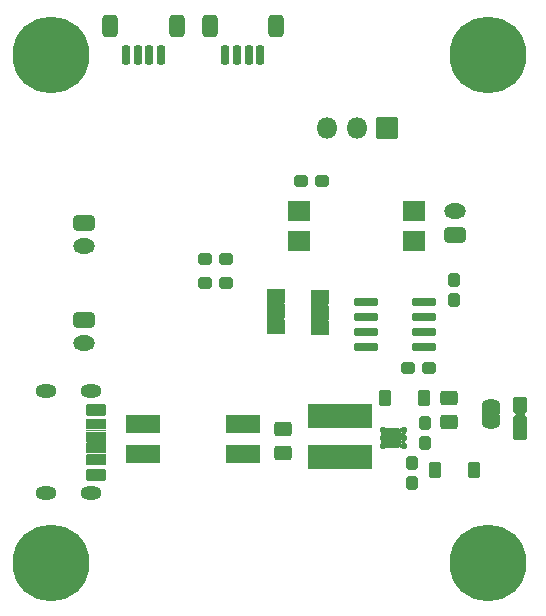
<source format=gbr>
%TF.GenerationSoftware,KiCad,Pcbnew,(6.0.4-0)*%
%TF.CreationDate,2022-09-10T09:10:34-06:00*%
%TF.ProjectId,TPS61165-heater-v7,54505336-3131-4363-952d-686561746572,rev?*%
%TF.SameCoordinates,Original*%
%TF.FileFunction,Soldermask,Top*%
%TF.FilePolarity,Negative*%
%FSLAX46Y46*%
G04 Gerber Fmt 4.6, Leading zero omitted, Abs format (unit mm)*
G04 Created by KiCad (PCBNEW (6.0.4-0)) date 2022-09-10 09:10:34*
%MOMM*%
%LPD*%
G01*
G04 APERTURE LIST*
G04 Aperture macros list*
%AMRoundRect*
0 Rectangle with rounded corners*
0 $1 Rounding radius*
0 $2 $3 $4 $5 $6 $7 $8 $9 X,Y pos of 4 corners*
0 Add a 4 corners polygon primitive as box body*
4,1,4,$2,$3,$4,$5,$6,$7,$8,$9,$2,$3,0*
0 Add four circle primitives for the rounded corners*
1,1,$1+$1,$2,$3*
1,1,$1+$1,$4,$5*
1,1,$1+$1,$6,$7*
1,1,$1+$1,$8,$9*
0 Add four rect primitives between the rounded corners*
20,1,$1+$1,$2,$3,$4,$5,0*
20,1,$1+$1,$4,$5,$6,$7,0*
20,1,$1+$1,$6,$7,$8,$9,0*
20,1,$1+$1,$8,$9,$2,$3,0*%
%AMFreePoly0*
4,1,37,0.536062,0.786062,0.551000,0.750000,0.551000,-0.750000,0.536062,-0.786062,0.500000,-0.801000,0.000000,-0.801000,-0.012525,-0.795812,-0.080875,-0.794559,-0.095149,-0.792248,-0.230464,-0.749973,-0.243516,-0.743747,-0.361526,-0.665192,-0.372306,-0.655554,-0.463526,-0.547035,-0.471167,-0.534759,-0.528262,-0.405000,-0.532150,-0.391073,-0.549733,-0.256613,-0.548336,-0.256430,-0.551000,-0.250000,
-0.551000,0.250000,-0.550512,0.251179,-0.550356,0.263956,-0.528545,0.404033,-0.524317,0.417860,-0.464069,0.546185,-0.456130,0.558271,-0.362286,0.664529,-0.351274,0.673901,-0.231379,0.749549,-0.218180,0.755454,-0.081873,0.794411,-0.067546,0.796373,-0.011990,0.796033,0.000000,0.801000,0.500000,0.801000,0.536062,0.786062,0.536062,0.786062,$1*%
%AMFreePoly1*
4,1,37,0.012349,0.795885,0.074216,0.795507,0.088518,0.793370,0.224339,0.752751,0.237465,0.746685,0.356427,0.669578,0.367324,0.660073,0.459862,0.552676,0.467652,0.540494,0.526329,0.411442,0.530388,0.397563,0.550485,0.257230,0.551000,0.250000,0.551000,-0.250000,0.550996,-0.250622,0.550847,-0.262838,0.550144,-0.270677,0.526624,-0.410478,0.522228,-0.424254,0.460416,-0.551833,
0.452330,-0.563821,0.357195,-0.668925,0.346069,-0.678161,0.225259,-0.752338,0.211989,-0.758081,0.075216,-0.795370,0.060866,-0.797157,0.011464,-0.796251,0.000000,-0.801000,-0.500000,-0.801000,-0.536062,-0.786062,-0.551000,-0.750000,-0.551000,0.750000,-0.536062,0.786062,-0.500000,0.801000,0.000000,0.801000,0.012349,0.795885,0.012349,0.795885,$1*%
G04 Aperture macros list end*
%ADD10RoundRect,0.201000X-0.150000X-0.625000X0.150000X-0.625000X0.150000X0.625000X-0.150000X0.625000X0*%
%ADD11RoundRect,0.301000X-0.350000X-0.650000X0.350000X-0.650000X0.350000X0.650000X-0.350000X0.650000X0*%
%ADD12RoundRect,0.301000X-0.625000X0.350000X-0.625000X-0.350000X0.625000X-0.350000X0.625000X0.350000X0*%
%ADD13O,1.852000X1.302000*%
%ADD14C,3.702000*%
%ADD15C,6.502000*%
%ADD16RoundRect,0.051000X-0.850000X0.850000X-0.850000X-0.850000X0.850000X-0.850000X0.850000X0.850000X0*%
%ADD17O,1.802000X1.802000*%
%ADD18RoundRect,0.301000X0.625000X-0.350000X0.625000X0.350000X-0.625000X0.350000X-0.625000X-0.350000X0*%
%ADD19O,1.802000X1.102000*%
%ADD20RoundRect,0.051000X-0.800000X0.400000X-0.800000X-0.400000X0.800000X-0.400000X0.800000X0.400000X0*%
%ADD21RoundRect,0.051000X-0.800000X0.450000X-0.800000X-0.450000X0.800000X-0.450000X0.800000X0.450000X0*%
%ADD22RoundRect,0.144750X0.093750X0.106250X-0.093750X0.106250X-0.093750X-0.106250X0.093750X-0.106250X0*%
%ADD23RoundRect,0.051000X0.500000X0.800000X-0.500000X0.800000X-0.500000X-0.800000X0.500000X-0.800000X0*%
%ADD24RoundRect,0.051000X2.650000X-1.000000X2.650000X1.000000X-2.650000X1.000000X-2.650000X-1.000000X0*%
%ADD25RoundRect,0.288500X-0.237500X0.287500X-0.237500X-0.287500X0.237500X-0.287500X0.237500X0.287500X0*%
%ADD26RoundRect,0.051000X-1.412500X-0.700000X1.412500X-0.700000X1.412500X0.700000X-1.412500X0.700000X0*%
%ADD27RoundRect,0.301000X0.450000X-0.325000X0.450000X0.325000X-0.450000X0.325000X-0.450000X-0.325000X0*%
%ADD28RoundRect,0.051000X0.450000X0.600000X-0.450000X0.600000X-0.450000X-0.600000X0.450000X-0.600000X0*%
%ADD29RoundRect,0.288500X0.237500X-0.287500X0.237500X0.287500X-0.237500X0.287500X-0.237500X-0.287500X0*%
%ADD30RoundRect,0.301000X-0.450000X0.325000X-0.450000X-0.325000X0.450000X-0.325000X0.450000X0.325000X0*%
%ADD31RoundRect,0.288500X0.287500X0.237500X-0.287500X0.237500X-0.287500X-0.237500X0.287500X-0.237500X0*%
%ADD32RoundRect,0.051000X0.900000X0.800000X-0.900000X0.800000X-0.900000X-0.800000X0.900000X-0.800000X0*%
%ADD33RoundRect,0.288500X-0.287500X-0.237500X0.287500X-0.237500X0.287500X0.237500X-0.287500X0.237500X0*%
%ADD34RoundRect,0.051000X0.750000X-0.500000X0.750000X0.500000X-0.750000X0.500000X-0.750000X-0.500000X0*%
%ADD35FreePoly0,90.000000*%
%ADD36FreePoly1,90.000000*%
%ADD37RoundRect,0.201000X-0.825000X-0.150000X0.825000X-0.150000X0.825000X0.150000X-0.825000X0.150000X0*%
%ADD38RoundRect,0.051000X-0.505000X0.950000X-0.505000X-0.950000X0.505000X-0.950000X0.505000X0.950000X0*%
%ADD39RoundRect,0.051000X-0.505000X0.590000X-0.505000X-0.590000X0.505000X-0.590000X0.505000X0.590000X0*%
G04 APERTURE END LIST*
D10*
%TO.C,J7*%
X125300000Y-51025000D03*
X126300000Y-51025000D03*
X127300000Y-51025000D03*
X128300000Y-51025000D03*
D11*
X124000000Y-48500000D03*
X129600000Y-48500000D03*
%TD*%
D10*
%TO.C,J6*%
X133700000Y-51025000D03*
X134700000Y-51025000D03*
X135700000Y-51025000D03*
X136700000Y-51025000D03*
D11*
X132400000Y-48500000D03*
X138000000Y-48500000D03*
%TD*%
D12*
%TO.C,J3*%
X121800000Y-65200000D03*
D13*
X121800000Y-67200000D03*
%TD*%
D12*
%TO.C,J2*%
X121800000Y-73400000D03*
D13*
X121800000Y-75400000D03*
%TD*%
D14*
%TO.C,H4*%
X119000000Y-94000000D03*
D15*
X119000000Y-94000000D03*
%TD*%
D14*
%TO.C,H3*%
X156000000Y-94000000D03*
D15*
X156000000Y-94000000D03*
%TD*%
D14*
%TO.C,H2*%
X156000000Y-51000000D03*
D15*
X156000000Y-51000000D03*
%TD*%
D14*
%TO.C,H1*%
X119000000Y-51000000D03*
D15*
X119000000Y-51000000D03*
%TD*%
D16*
%TO.C,J4*%
X147400000Y-57200000D03*
D17*
X144860000Y-57200000D03*
X142320000Y-57200000D03*
%TD*%
D18*
%TO.C,J5*%
X153150000Y-66200000D03*
D13*
X153150000Y-64200000D03*
%TD*%
D19*
%TO.C,J1*%
X122320000Y-88120000D03*
X122320000Y-79480000D03*
X118520000Y-79480000D03*
X118520000Y-88120000D03*
D20*
X122800000Y-83300000D03*
X122800000Y-85320000D03*
D21*
X122800000Y-86550000D03*
D20*
X122800000Y-84300000D03*
X122800000Y-82280000D03*
D21*
X122800000Y-81050000D03*
%TD*%
D22*
%TO.C,U1*%
X148817500Y-84080000D03*
X148817500Y-83430000D03*
X148817500Y-82780000D03*
X147042500Y-82780000D03*
X147042500Y-83430000D03*
X147042500Y-84080000D03*
D23*
X147930000Y-83430000D03*
%TD*%
D24*
%TO.C,L1*%
X143400000Y-85000000D03*
X143400000Y-81600000D03*
%TD*%
D25*
%TO.C,R1*%
X149500000Y-85525000D03*
X149500000Y-87275000D03*
%TD*%
D26*
%TO.C,FL1*%
X126763000Y-82230000D03*
X126763000Y-84770000D03*
X135237000Y-84770000D03*
X135237000Y-82230000D03*
%TD*%
D27*
%TO.C,C3*%
X138600000Y-84725000D03*
X138600000Y-82675000D03*
%TD*%
D28*
%TO.C,D1*%
X150550000Y-80000000D03*
X147250000Y-80000000D03*
%TD*%
D29*
%TO.C,C1*%
X150600000Y-83875000D03*
X150600000Y-82125000D03*
%TD*%
D30*
%TO.C,C2*%
X152700000Y-80050000D03*
X152700000Y-82100000D03*
%TD*%
D31*
%TO.C,R3*%
X141875000Y-61700000D03*
X140125000Y-61700000D03*
%TD*%
D32*
%TO.C,U2*%
X139924000Y-64230000D03*
X139924000Y-66770000D03*
X149676000Y-66770000D03*
X149676000Y-64230000D03*
%TD*%
D33*
%TO.C,C4*%
X149225000Y-77500000D03*
X150975000Y-77500000D03*
%TD*%
D25*
%TO.C,R2*%
X153100000Y-70025000D03*
X153100000Y-71775000D03*
%TD*%
D33*
%TO.C,R4*%
X132025000Y-70300000D03*
X133775000Y-70300000D03*
%TD*%
%TO.C,R5*%
X132025000Y-68300000D03*
X133775000Y-68300000D03*
%TD*%
D34*
%TO.C,JP2*%
X138000000Y-74000000D03*
X138000000Y-72700000D03*
X138000000Y-71400000D03*
%TD*%
%TO.C,JP3*%
X141700000Y-74100000D03*
X141700000Y-72800000D03*
X141700000Y-71500000D03*
%TD*%
D28*
%TO.C,D2*%
X154750000Y-86100000D03*
X151450000Y-86100000D03*
%TD*%
D35*
%TO.C,JP1*%
X156200000Y-82050000D03*
D36*
X156200000Y-80750000D03*
%TD*%
D37*
%TO.C,U3*%
X145625000Y-71895000D03*
X145625000Y-73165000D03*
X145625000Y-74435000D03*
X145625000Y-75705000D03*
X150575000Y-75705000D03*
X150575000Y-74435000D03*
X150575000Y-73165000D03*
X150575000Y-71895000D03*
%TD*%
D38*
%TO.C,D3*%
X158700000Y-82545000D03*
D39*
X158700000Y-80655000D03*
%TD*%
G36*
X121970267Y-84737886D02*
G01*
X121981262Y-84745233D01*
X122000199Y-84749000D01*
X123599801Y-84749000D01*
X123618738Y-84745233D01*
X123629733Y-84737886D01*
X123631729Y-84737755D01*
X123632840Y-84739418D01*
X123632507Y-84740660D01*
X123631997Y-84741424D01*
X123611216Y-84807788D01*
X123632006Y-84878590D01*
X123632507Y-84879340D01*
X123632638Y-84881335D01*
X123630975Y-84882447D01*
X123629733Y-84882114D01*
X123618738Y-84874767D01*
X123599801Y-84871000D01*
X122000199Y-84871000D01*
X121981262Y-84874767D01*
X121970267Y-84882114D01*
X121968271Y-84882245D01*
X121967160Y-84880582D01*
X121967493Y-84879340D01*
X121968003Y-84878576D01*
X121988784Y-84812212D01*
X121967994Y-84741410D01*
X121967493Y-84740660D01*
X121967362Y-84738665D01*
X121969025Y-84737553D01*
X121970267Y-84737886D01*
G37*
G36*
X148619905Y-82576484D02*
G01*
X148619572Y-82577726D01*
X148591903Y-82619136D01*
X148581000Y-82673949D01*
X148581000Y-82886051D01*
X148591903Y-82940864D01*
X148622838Y-82987162D01*
X148669136Y-83018097D01*
X148723949Y-83029000D01*
X148911051Y-83029000D01*
X148965864Y-83018097D01*
X148984048Y-83005947D01*
X148986044Y-83005816D01*
X148987155Y-83007479D01*
X148986694Y-83008893D01*
X148947372Y-83055946D01*
X148938741Y-83124661D01*
X148968706Y-83187291D01*
X148977371Y-83194800D01*
X148978025Y-83196690D01*
X148976715Y-83198201D01*
X148974950Y-83197974D01*
X148965864Y-83191903D01*
X148911051Y-83181000D01*
X148723949Y-83181000D01*
X148669136Y-83191903D01*
X148622838Y-83222838D01*
X148591903Y-83269136D01*
X148581000Y-83323949D01*
X148581000Y-83536051D01*
X148591903Y-83590864D01*
X148622838Y-83637162D01*
X148669136Y-83668097D01*
X148723949Y-83679000D01*
X148911051Y-83679000D01*
X148965864Y-83668097D01*
X148984048Y-83655947D01*
X148986044Y-83655816D01*
X148987155Y-83657479D01*
X148986694Y-83658893D01*
X148947372Y-83705946D01*
X148938741Y-83774661D01*
X148968706Y-83837291D01*
X148977371Y-83844800D01*
X148978025Y-83846690D01*
X148976715Y-83848201D01*
X148974950Y-83847974D01*
X148965864Y-83841903D01*
X148911051Y-83831000D01*
X148723949Y-83831000D01*
X148669136Y-83841903D01*
X148622838Y-83872838D01*
X148591903Y-83919136D01*
X148581000Y-83973949D01*
X148581000Y-84186051D01*
X148591903Y-84240864D01*
X148619572Y-84282274D01*
X148619703Y-84284270D01*
X148618040Y-84285381D01*
X148616798Y-84285048D01*
X148603007Y-84275833D01*
X148602764Y-84276196D01*
X148600970Y-84277081D01*
X148599819Y-84276620D01*
X148578265Y-84258609D01*
X148509471Y-84249972D01*
X148467845Y-84266351D01*
X148465867Y-84266055D01*
X148465135Y-84264194D01*
X148465450Y-84263379D01*
X148475233Y-84248738D01*
X148479000Y-84229801D01*
X148479000Y-82630199D01*
X148475233Y-82611262D01*
X148464951Y-82595875D01*
X148464820Y-82593879D01*
X148466483Y-82592768D01*
X148467212Y-82592855D01*
X148527020Y-82611583D01*
X148593884Y-82593240D01*
X148603790Y-82583682D01*
X148604068Y-82583458D01*
X148616798Y-82574952D01*
X148618794Y-82574821D01*
X148619905Y-82576484D01*
G37*
G36*
X147243202Y-82574952D02*
G01*
X147256993Y-82584167D01*
X147257236Y-82583804D01*
X147259030Y-82582919D01*
X147260181Y-82583380D01*
X147281735Y-82601391D01*
X147350529Y-82610028D01*
X147392155Y-82593649D01*
X147394133Y-82593945D01*
X147394865Y-82595806D01*
X147394550Y-82596621D01*
X147384767Y-82611262D01*
X147381000Y-82630199D01*
X147381000Y-84229801D01*
X147384767Y-84248738D01*
X147395049Y-84264125D01*
X147395180Y-84266121D01*
X147393517Y-84267232D01*
X147392788Y-84267145D01*
X147332980Y-84248417D01*
X147266116Y-84266760D01*
X147256210Y-84276318D01*
X147255932Y-84276542D01*
X147243202Y-84285048D01*
X147241206Y-84285179D01*
X147240095Y-84283516D01*
X147240428Y-84282274D01*
X147268097Y-84240864D01*
X147279000Y-84186051D01*
X147279000Y-83973949D01*
X147268097Y-83919136D01*
X147237162Y-83872838D01*
X147190864Y-83841903D01*
X147136051Y-83831000D01*
X146948949Y-83831000D01*
X146894136Y-83841903D01*
X146875952Y-83854053D01*
X146873956Y-83854184D01*
X146872845Y-83852521D01*
X146873306Y-83851107D01*
X146912628Y-83804054D01*
X146921259Y-83735339D01*
X146891294Y-83672709D01*
X146882629Y-83665200D01*
X146881975Y-83663310D01*
X146883285Y-83661799D01*
X146885050Y-83662026D01*
X146894136Y-83668097D01*
X146948949Y-83679000D01*
X147136051Y-83679000D01*
X147190864Y-83668097D01*
X147237162Y-83637162D01*
X147268097Y-83590864D01*
X147279000Y-83536051D01*
X147279000Y-83323949D01*
X147268097Y-83269136D01*
X147237162Y-83222838D01*
X147190864Y-83191903D01*
X147136051Y-83181000D01*
X146948949Y-83181000D01*
X146894136Y-83191903D01*
X146875952Y-83204053D01*
X146873956Y-83204184D01*
X146872845Y-83202521D01*
X146873306Y-83201107D01*
X146912628Y-83154054D01*
X146921259Y-83085339D01*
X146891294Y-83022709D01*
X146882629Y-83015200D01*
X146881975Y-83013310D01*
X146883285Y-83011799D01*
X146885050Y-83012026D01*
X146894136Y-83018097D01*
X146948949Y-83029000D01*
X147136051Y-83029000D01*
X147190864Y-83018097D01*
X147237162Y-82987162D01*
X147268097Y-82940864D01*
X147279000Y-82886051D01*
X147279000Y-82673949D01*
X147268097Y-82619136D01*
X147240428Y-82577726D01*
X147240297Y-82575730D01*
X147241960Y-82574619D01*
X147243202Y-82574952D01*
G37*
G36*
X121966075Y-83735084D02*
G01*
X121981263Y-83745233D01*
X122000199Y-83749000D01*
X123599801Y-83749000D01*
X123618738Y-83745233D01*
X123633773Y-83735186D01*
X123635768Y-83735055D01*
X123636880Y-83736718D01*
X123636793Y-83737447D01*
X123617898Y-83797788D01*
X123636955Y-83862690D01*
X123636483Y-83864633D01*
X123634564Y-83865197D01*
X123633925Y-83864916D01*
X123618737Y-83854767D01*
X123599801Y-83851000D01*
X122000199Y-83851000D01*
X121981262Y-83854767D01*
X121966227Y-83864814D01*
X121964232Y-83864945D01*
X121963120Y-83863282D01*
X121963207Y-83862553D01*
X121982102Y-83802212D01*
X121963045Y-83737310D01*
X121963517Y-83735367D01*
X121965436Y-83734803D01*
X121966075Y-83735084D01*
G37*
G36*
X121970267Y-82717886D02*
G01*
X121981262Y-82725233D01*
X122000199Y-82729000D01*
X123599801Y-82729000D01*
X123618738Y-82725233D01*
X123629733Y-82717886D01*
X123631729Y-82717755D01*
X123632840Y-82719418D01*
X123632507Y-82720660D01*
X123631997Y-82721424D01*
X123611216Y-82787788D01*
X123632006Y-82858590D01*
X123632507Y-82859340D01*
X123632638Y-82861335D01*
X123630975Y-82862447D01*
X123629733Y-82862114D01*
X123618738Y-82854767D01*
X123599801Y-82851000D01*
X122000199Y-82851000D01*
X121981262Y-82854767D01*
X121970267Y-82862114D01*
X121968271Y-82862245D01*
X121967160Y-82860582D01*
X121967493Y-82859340D01*
X121968003Y-82858576D01*
X121988784Y-82792212D01*
X121967994Y-82721410D01*
X121967493Y-82720660D01*
X121967362Y-82718665D01*
X121969025Y-82717553D01*
X121970267Y-82717886D01*
G37*
G36*
X159194414Y-81295000D02*
G01*
X159194414Y-81297000D01*
X159193072Y-81297962D01*
X159186307Y-81299307D01*
X159124674Y-81331546D01*
X159090400Y-81391730D01*
X159094106Y-81460887D01*
X159134647Y-81517112D01*
X159186250Y-81540679D01*
X159193081Y-81542038D01*
X159194585Y-81543357D01*
X159194195Y-81545319D01*
X159192691Y-81546000D01*
X158207318Y-81546000D01*
X158205586Y-81545000D01*
X158205586Y-81543000D01*
X158206928Y-81542038D01*
X158213693Y-81540693D01*
X158275326Y-81508454D01*
X158309600Y-81448270D01*
X158305894Y-81379113D01*
X158265353Y-81322888D01*
X158213750Y-81299321D01*
X158206919Y-81297962D01*
X158205415Y-81296643D01*
X158205805Y-81294681D01*
X158207309Y-81294000D01*
X159192682Y-81294000D01*
X159194414Y-81295000D01*
G37*
G36*
X156966668Y-81296665D02*
G01*
X156967058Y-81298627D01*
X156966699Y-81299267D01*
X156923511Y-81350946D01*
X156914880Y-81419661D01*
X156944844Y-81482291D01*
X156965682Y-81500348D01*
X156966336Y-81502238D01*
X156965026Y-81503749D01*
X156963982Y-81503821D01*
X156949801Y-81501000D01*
X155450199Y-81501000D01*
X155435226Y-81503978D01*
X155433332Y-81503335D01*
X155432942Y-81501373D01*
X155433301Y-81500733D01*
X155476489Y-81449054D01*
X155485120Y-81380339D01*
X155455156Y-81317709D01*
X155434318Y-81299652D01*
X155433664Y-81297762D01*
X155434974Y-81296251D01*
X155436018Y-81296179D01*
X155450199Y-81299000D01*
X156949801Y-81299000D01*
X156964774Y-81296022D01*
X156966668Y-81296665D01*
G37*
G36*
X142466668Y-73346665D02*
G01*
X142467058Y-73348627D01*
X142466699Y-73349267D01*
X142423511Y-73400946D01*
X142414880Y-73469661D01*
X142444844Y-73532291D01*
X142465682Y-73550348D01*
X142466336Y-73552238D01*
X142465026Y-73553749D01*
X142463982Y-73553821D01*
X142449801Y-73551000D01*
X140950199Y-73551000D01*
X140935226Y-73553978D01*
X140933332Y-73553335D01*
X140932942Y-73551373D01*
X140933301Y-73550733D01*
X140976489Y-73499054D01*
X140985120Y-73430339D01*
X140955156Y-73367709D01*
X140934318Y-73349652D01*
X140933664Y-73347762D01*
X140934974Y-73346251D01*
X140936018Y-73346179D01*
X140950199Y-73349000D01*
X142449801Y-73349000D01*
X142464774Y-73346022D01*
X142466668Y-73346665D01*
G37*
G36*
X138766668Y-73246665D02*
G01*
X138767058Y-73248627D01*
X138766699Y-73249267D01*
X138723511Y-73300946D01*
X138714880Y-73369661D01*
X138744844Y-73432291D01*
X138765682Y-73450348D01*
X138766336Y-73452238D01*
X138765026Y-73453749D01*
X138763982Y-73453821D01*
X138749801Y-73451000D01*
X137250199Y-73451000D01*
X137235226Y-73453978D01*
X137233332Y-73453335D01*
X137232942Y-73451373D01*
X137233301Y-73450733D01*
X137276489Y-73399054D01*
X137285120Y-73330339D01*
X137255156Y-73267709D01*
X137234318Y-73249652D01*
X137233664Y-73247762D01*
X137234974Y-73246251D01*
X137236018Y-73246179D01*
X137250199Y-73249000D01*
X138749801Y-73249000D01*
X138764774Y-73246022D01*
X138766668Y-73246665D01*
G37*
G36*
X142466668Y-72046665D02*
G01*
X142467058Y-72048627D01*
X142466699Y-72049267D01*
X142423511Y-72100946D01*
X142414880Y-72169661D01*
X142444844Y-72232291D01*
X142465682Y-72250348D01*
X142466336Y-72252238D01*
X142465026Y-72253749D01*
X142463982Y-72253821D01*
X142449801Y-72251000D01*
X140950199Y-72251000D01*
X140935226Y-72253978D01*
X140933332Y-72253335D01*
X140932942Y-72251373D01*
X140933301Y-72250733D01*
X140976489Y-72199054D01*
X140985120Y-72130339D01*
X140955156Y-72067709D01*
X140934318Y-72049652D01*
X140933664Y-72047762D01*
X140934974Y-72046251D01*
X140936018Y-72046179D01*
X140950199Y-72049000D01*
X142449801Y-72049000D01*
X142464774Y-72046022D01*
X142466668Y-72046665D01*
G37*
G36*
X138766668Y-71946665D02*
G01*
X138767058Y-71948627D01*
X138766699Y-71949267D01*
X138723511Y-72000946D01*
X138714880Y-72069661D01*
X138744844Y-72132291D01*
X138765682Y-72150348D01*
X138766336Y-72152238D01*
X138765026Y-72153749D01*
X138763982Y-72153821D01*
X138749801Y-72151000D01*
X137250199Y-72151000D01*
X137235226Y-72153978D01*
X137233332Y-72153335D01*
X137232942Y-72151373D01*
X137233301Y-72150733D01*
X137276489Y-72099054D01*
X137285120Y-72030339D01*
X137255156Y-71967709D01*
X137234318Y-71949652D01*
X137233664Y-71947762D01*
X137234974Y-71946251D01*
X137236018Y-71946179D01*
X137250199Y-71949000D01*
X138749801Y-71949000D01*
X138764774Y-71946022D01*
X138766668Y-71946665D01*
G37*
M02*

</source>
